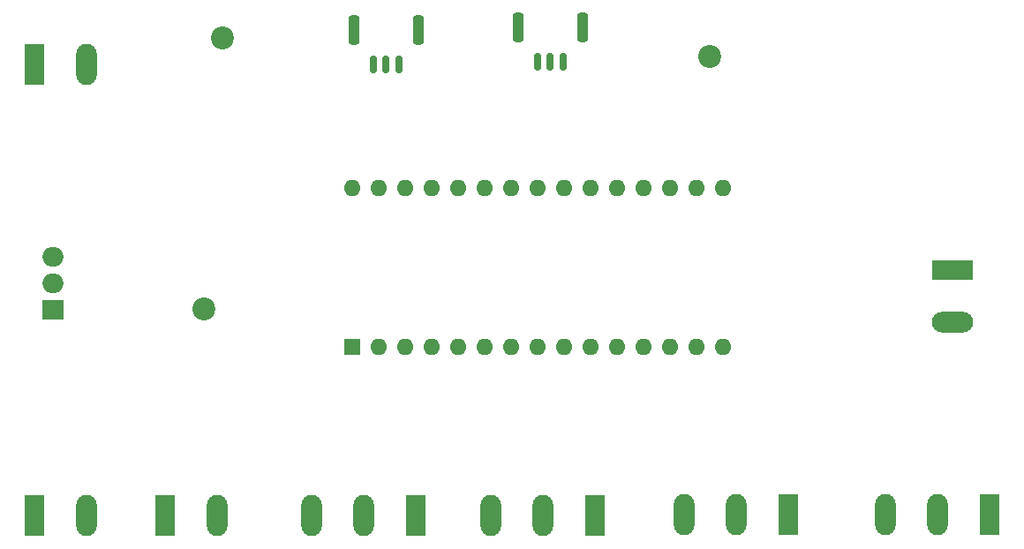
<source format=gbr>
%TF.GenerationSoftware,KiCad,Pcbnew,7.0.6-7.0.6~ubuntu22.04.1*%
%TF.CreationDate,2023-07-24T17:29:41-06:00*%
%TF.ProjectId,stepper_microscope_stage,73746570-7065-4725-9f6d-6963726f7363,rev?*%
%TF.SameCoordinates,Original*%
%TF.FileFunction,Soldermask,Top*%
%TF.FilePolarity,Negative*%
%FSLAX46Y46*%
G04 Gerber Fmt 4.6, Leading zero omitted, Abs format (unit mm)*
G04 Created by KiCad (PCBNEW 7.0.6-7.0.6~ubuntu22.04.1) date 2023-07-24 17:29:41*
%MOMM*%
%LPD*%
G01*
G04 APERTURE LIST*
G04 Aperture macros list*
%AMRoundRect*
0 Rectangle with rounded corners*
0 $1 Rounding radius*
0 $2 $3 $4 $5 $6 $7 $8 $9 X,Y pos of 4 corners*
0 Add a 4 corners polygon primitive as box body*
4,1,4,$2,$3,$4,$5,$6,$7,$8,$9,$2,$3,0*
0 Add four circle primitives for the rounded corners*
1,1,$1+$1,$2,$3*
1,1,$1+$1,$4,$5*
1,1,$1+$1,$6,$7*
1,1,$1+$1,$8,$9*
0 Add four rect primitives between the rounded corners*
20,1,$1+$1,$2,$3,$4,$5,0*
20,1,$1+$1,$4,$5,$6,$7,0*
20,1,$1+$1,$6,$7,$8,$9,0*
20,1,$1+$1,$8,$9,$2,$3,0*%
G04 Aperture macros list end*
%ADD10C,2.200000*%
%ADD11O,1.980000X3.960000*%
%ADD12R,1.980000X3.960000*%
%ADD13R,2.000000X1.905000*%
%ADD14O,2.000000X1.905000*%
%ADD15RoundRect,0.150000X-0.150000X-0.700000X0.150000X-0.700000X0.150000X0.700000X-0.150000X0.700000X0*%
%ADD16RoundRect,0.250000X-0.250000X-1.150000X0.250000X-1.150000X0.250000X1.150000X-0.250000X1.150000X0*%
%ADD17R,3.960000X1.980000*%
%ADD18O,3.960000X1.980000*%
%ADD19O,1.600000X1.600000*%
%ADD20R,1.600000X1.600000*%
G04 APERTURE END LIST*
D10*
%TO.C,H3*%
X184250000Y-96250000D03*
%TD*%
%TO.C,H2*%
X137500000Y-94500000D03*
%TD*%
%TO.C,H1*%
X135750000Y-120500000D03*
%TD*%
D11*
%TO.C,STEPSIG2*%
X146000000Y-140270000D03*
X151000000Y-140270000D03*
D12*
X156000000Y-140270000D03*
%TD*%
%TO.C,STEPSIGGND1*%
X211090000Y-140240000D03*
D11*
X206090000Y-140240000D03*
X201090000Y-140240000D03*
%TD*%
%TO.C,VIN1*%
X124485000Y-97000000D03*
D12*
X119485000Y-97000000D03*
%TD*%
D13*
%TO.C,U1*%
X121250000Y-120580000D03*
D14*
X121250000Y-118040000D03*
X121250000Y-115500000D03*
%TD*%
D12*
%TO.C,STEPVIN2*%
X131985000Y-140280000D03*
D11*
X136985000Y-140280000D03*
%TD*%
D12*
%TO.C,STEPVIN1*%
X119485000Y-140280000D03*
D11*
X124485000Y-140280000D03*
%TD*%
%TO.C,STEPSIGGND2*%
X163250000Y-140260000D03*
X168250000Y-140260000D03*
D12*
X173250000Y-140260000D03*
%TD*%
%TO.C,STEPSIG1*%
X191795000Y-140250000D03*
D11*
X186795000Y-140250000D03*
X181795000Y-140250000D03*
%TD*%
D15*
%TO.C,LIMIT2*%
X151930000Y-97070000D03*
X153180000Y-97070000D03*
X154430000Y-97070000D03*
D16*
X156280000Y-93720000D03*
X150080000Y-93720000D03*
%TD*%
%TO.C,LIMIT1*%
X165830000Y-93470000D03*
X172030000Y-93470000D03*
D15*
X170180000Y-96820000D03*
X168930000Y-96820000D03*
X167680000Y-96820000D03*
%TD*%
D17*
%TO.C,JOYIN1*%
X207500000Y-116735000D03*
D18*
X207500000Y-121735000D03*
%TD*%
D19*
%TO.C,A1*%
X149950000Y-108870000D03*
X152490000Y-108870000D03*
X155030000Y-108870000D03*
X157570000Y-108870000D03*
X160110000Y-108870000D03*
X162650000Y-108870000D03*
X165190000Y-108870000D03*
X167730000Y-108870000D03*
X170270000Y-108870000D03*
X172810000Y-108870000D03*
X175350000Y-108870000D03*
X177890000Y-108870000D03*
X180430000Y-108870000D03*
X182970000Y-108870000D03*
X185510000Y-108870000D03*
X185510000Y-124110000D03*
X182970000Y-124110000D03*
X180430000Y-124110000D03*
X177890000Y-124110000D03*
X175350000Y-124110000D03*
X172810000Y-124110000D03*
X170270000Y-124110000D03*
X167730000Y-124110000D03*
X165190000Y-124110000D03*
X162650000Y-124110000D03*
X160110000Y-124110000D03*
X157570000Y-124110000D03*
X155030000Y-124110000D03*
X152490000Y-124110000D03*
D20*
X149950000Y-124110000D03*
%TD*%
M02*

</source>
